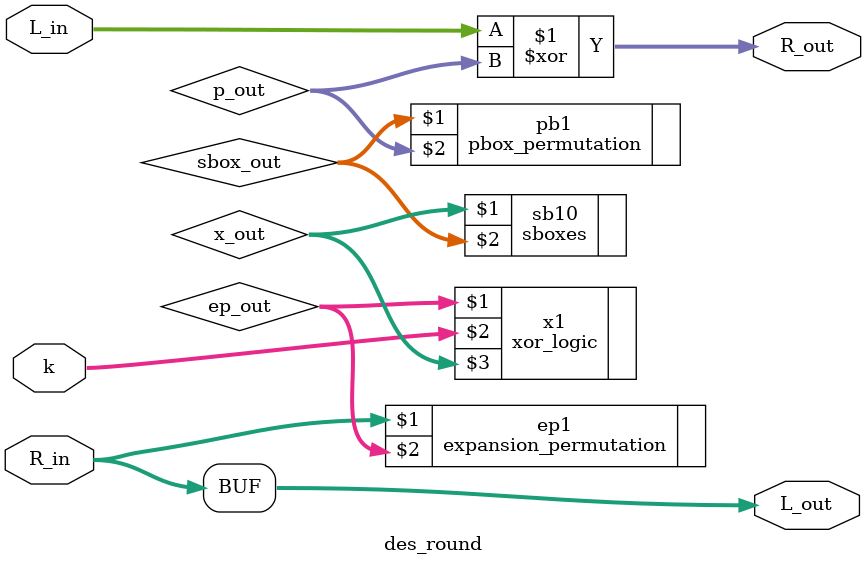
<source format=v>
`timescale 1ns / 1ps


module des_round(
    input  [31:0] L_in,
    input  [31:0] R_in,
    input  [47:0] k,
    output [31:0] L_out,
    output [31:0] R_out
    );
    
    //expansion permutation
    wire [47:0] ep_out;
    expansion_permutation ep1 (R_in, ep_out);
    
    //xor with the key
    wire [47:0] x_out;
    xor_logic x1(ep_out, k, x_out);
    
    //sbox substitution
    wire [31:0] sbox_out;
    sboxes sb10 (x_out, sbox_out);
    
    //p box permutation
    wire [31:0] p_out;
    pbox_permutation pb1 (sbox_out, p_out);
    
    //xor and swap
    assign L_out = R_in;
   assign R_out = L_in ^ p_out;
    
endmodule

</source>
